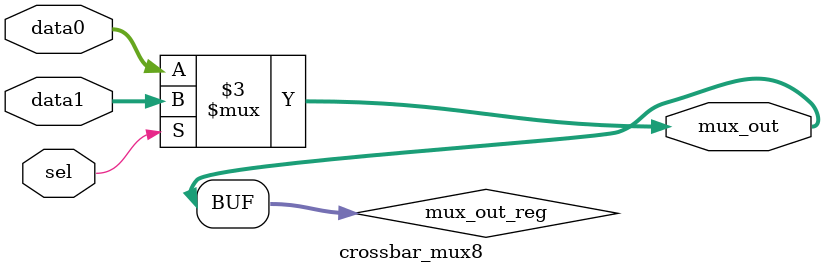
<source format=sv>
module crossbar_2x2 (
    input wire [7:0] in0,
    input wire [7:0] in1,
    input wire [1:0] select,
    output wire [7:0] out0,
    output wire [7:0] out1
);

    // Submodule output wires
    wire [7:0] mux0_out;
    wire [7:0] mux1_out;

    // Instantiate 8-bit mux for out0
    crossbar_mux8 u_mux0 (
        .data0  (in0),
        .data1  (in1),
        .sel    (select[0]),
        .mux_out(mux0_out)
    );

    // Instantiate 8-bit mux for out1
    crossbar_mux8 u_mux1 (
        .data0  (in0),
        .data1  (in1),
        .sel    (select[1]),
        .mux_out(mux1_out)
    );

    assign out0 = mux0_out;
    assign out1 = mux1_out;

endmodule

// ------------------------------------------------------------------
// 8-bit 2:1 multiplexer for crossbar output selection
// ------------------------------------------------------------------
module crossbar_mux8 (
    input  wire [7:0] data0,   // 8-bit input 0
    input  wire [7:0] data1,   // 8-bit input 1
    input  wire       sel,     // Selection signal
    output wire [7:0] mux_out  // 8-bit output
);
    reg [7:0] mux_out_reg;

    always @(*) begin
        if (sel) begin
            mux_out_reg = data1;
        end else begin
            mux_out_reg = data0;
        end
    end

    assign mux_out = mux_out_reg;
endmodule
</source>
